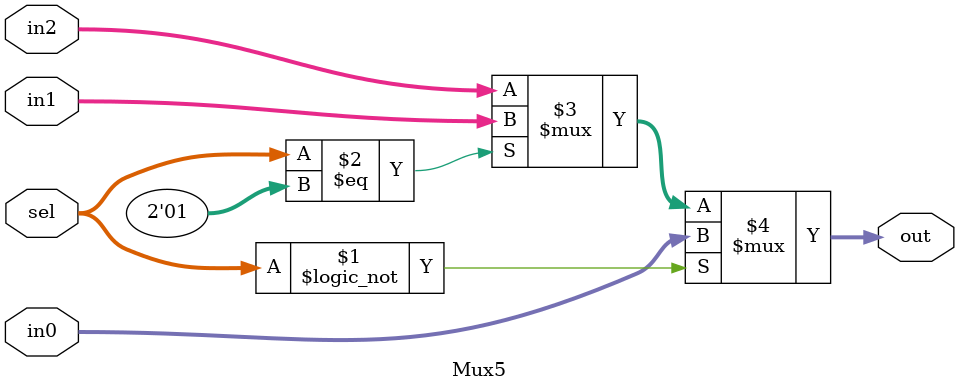
<source format=v>
module Mux5 (input[1:0] sel, input [31:0] in0, input [31:0] in1, input [31:0] in2, output [31:0] out);
     assign out = (sel == 2'd0) ? in0 :
                (sel == 2'd1) ? in1 : in2;
endmodule // Mux5

</source>
